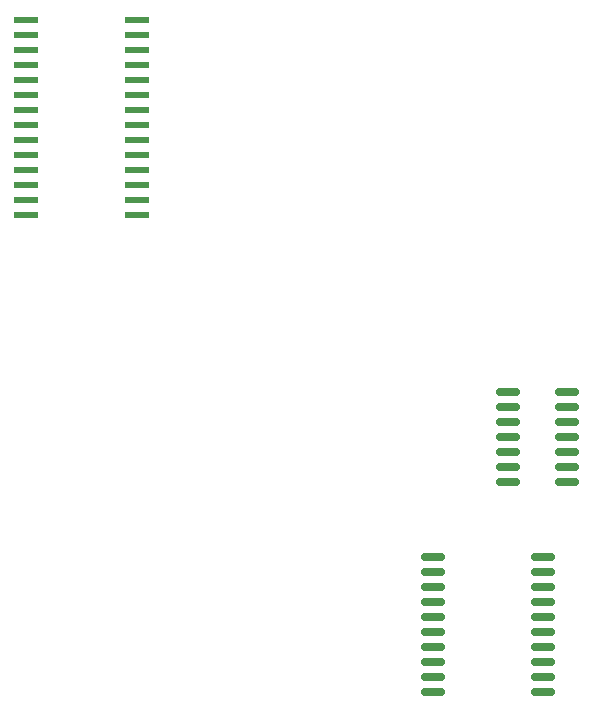
<source format=gtp>
G04 #@! TF.GenerationSoftware,KiCad,Pcbnew,6.0.8+dfsg-1~bpo11+1+rpt1*
G04 #@! TF.CreationDate,2024-04-17T15:14:35-06:00*
G04 #@! TF.ProjectId,RetroWiFiModem,52657472-6f57-4694-9669-4d6f64656d2e,0.3*
G04 #@! TF.SameCoordinates,Original*
G04 #@! TF.FileFunction,Paste,Top*
G04 #@! TF.FilePolarity,Positive*
%FSLAX46Y46*%
G04 Gerber Fmt 4.6, Leading zero omitted, Abs format (unit mm)*
G04 Created by KiCad (PCBNEW 6.0.8+dfsg-1~bpo11+1+rpt1) date 2024-04-17 15:14:35*
%MOMM*%
%LPD*%
G01*
G04 APERTURE LIST*
G04 Aperture macros list*
%AMRoundRect*
0 Rectangle with rounded corners*
0 $1 Rounding radius*
0 $2 $3 $4 $5 $6 $7 $8 $9 X,Y pos of 4 corners*
0 Add a 4 corners polygon primitive as box body*
4,1,4,$2,$3,$4,$5,$6,$7,$8,$9,$2,$3,0*
0 Add four circle primitives for the rounded corners*
1,1,$1+$1,$2,$3*
1,1,$1+$1,$4,$5*
1,1,$1+$1,$6,$7*
1,1,$1+$1,$8,$9*
0 Add four rect primitives between the rounded corners*
20,1,$1+$1,$2,$3,$4,$5,0*
20,1,$1+$1,$4,$5,$6,$7,0*
20,1,$1+$1,$6,$7,$8,$9,0*
20,1,$1+$1,$8,$9,$2,$3,0*%
G04 Aperture macros list end*
%ADD10RoundRect,0.150000X-0.875000X-0.150000X0.875000X-0.150000X0.875000X0.150000X-0.875000X0.150000X0*%
%ADD11RoundRect,0.150000X-0.825000X-0.150000X0.825000X-0.150000X0.825000X0.150000X-0.825000X0.150000X0*%
%ADD12R,2.000000X0.600000*%
G04 APERTURE END LIST*
D10*
X171245000Y-126365000D03*
X171245000Y-127635000D03*
X171245000Y-128905000D03*
X171245000Y-130175000D03*
X171245000Y-131445000D03*
X171245000Y-132715000D03*
X171245000Y-133985000D03*
X171245000Y-135255000D03*
X171245000Y-136525000D03*
X171245000Y-137795000D03*
X180545000Y-137795000D03*
X180545000Y-136525000D03*
X180545000Y-135255000D03*
X180545000Y-133985000D03*
X180545000Y-132715000D03*
X180545000Y-131445000D03*
X180545000Y-130175000D03*
X180545000Y-128905000D03*
X180545000Y-127635000D03*
X180545000Y-126365000D03*
D11*
X177611000Y-112395000D03*
X177611000Y-113665000D03*
X177611000Y-114935000D03*
X177611000Y-116205000D03*
X177611000Y-117475000D03*
X177611000Y-118745000D03*
X177611000Y-120015000D03*
X182561000Y-120015000D03*
X182561000Y-118745000D03*
X182561000Y-117475000D03*
X182561000Y-116205000D03*
X182561000Y-114935000D03*
X182561000Y-113665000D03*
X182561000Y-112395000D03*
D12*
X136778000Y-80899000D03*
X136778000Y-82169000D03*
X136778000Y-83439000D03*
X136778000Y-84709000D03*
X136778000Y-85979000D03*
X136778000Y-87249000D03*
X136778000Y-88519000D03*
X136778000Y-89789000D03*
X136778000Y-91059000D03*
X136778000Y-92329000D03*
X136778000Y-93599000D03*
X136778000Y-94869000D03*
X136778000Y-96139000D03*
X136778000Y-97409000D03*
X146178000Y-97409000D03*
X146178000Y-96139000D03*
X146178000Y-94869000D03*
X146178000Y-93599000D03*
X146178000Y-92329000D03*
X146178000Y-91059000D03*
X146178000Y-89789000D03*
X146178000Y-88519000D03*
X146178000Y-87249000D03*
X146178000Y-85979000D03*
X146178000Y-84709000D03*
X146178000Y-83439000D03*
X146178000Y-82169000D03*
X146178000Y-80899000D03*
M02*

</source>
